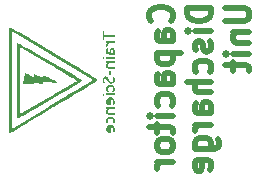
<source format=gbr>
%TF.GenerationSoftware,KiCad,Pcbnew,7.0.7*%
%TF.CreationDate,2023-09-12T13:53:03+02:00*%
%TF.ProjectId,CDU,4344552e-6b69-4636-9164-5f7063625858,rev?*%
%TF.SameCoordinates,Original*%
%TF.FileFunction,Legend,Bot*%
%TF.FilePolarity,Positive*%
%FSLAX46Y46*%
G04 Gerber Fmt 4.6, Leading zero omitted, Abs format (unit mm)*
G04 Created by KiCad (PCBNEW 7.0.7) date 2023-09-12 13:53:03*
%MOMM*%
%LPD*%
G01*
G04 APERTURE LIST*
%ADD10C,0.500000*%
%ADD11R,2.400000X2.400000*%
%ADD12C,2.400000*%
%ADD13C,3.200000*%
%ADD14R,2.600000X2.600000*%
%ADD15C,2.600000*%
G04 APERTURE END LIST*
D10*
X99598761Y-66447994D02*
X99694000Y-66352756D01*
X99694000Y-66352756D02*
X99789238Y-66067042D01*
X99789238Y-66067042D02*
X99789238Y-65876566D01*
X99789238Y-65876566D02*
X99694000Y-65590851D01*
X99694000Y-65590851D02*
X99503523Y-65400375D01*
X99503523Y-65400375D02*
X99313047Y-65305137D01*
X99313047Y-65305137D02*
X98932095Y-65209899D01*
X98932095Y-65209899D02*
X98646380Y-65209899D01*
X98646380Y-65209899D02*
X98265428Y-65305137D01*
X98265428Y-65305137D02*
X98074952Y-65400375D01*
X98074952Y-65400375D02*
X97884476Y-65590851D01*
X97884476Y-65590851D02*
X97789238Y-65876566D01*
X97789238Y-65876566D02*
X97789238Y-66067042D01*
X97789238Y-66067042D02*
X97884476Y-66352756D01*
X97884476Y-66352756D02*
X97979714Y-66447994D01*
X99789238Y-68162280D02*
X98741619Y-68162280D01*
X98741619Y-68162280D02*
X98551142Y-68067042D01*
X98551142Y-68067042D02*
X98455904Y-67876566D01*
X98455904Y-67876566D02*
X98455904Y-67495613D01*
X98455904Y-67495613D02*
X98551142Y-67305137D01*
X99694000Y-68162280D02*
X99789238Y-67971804D01*
X99789238Y-67971804D02*
X99789238Y-67495613D01*
X99789238Y-67495613D02*
X99694000Y-67305137D01*
X99694000Y-67305137D02*
X99503523Y-67209899D01*
X99503523Y-67209899D02*
X99313047Y-67209899D01*
X99313047Y-67209899D02*
X99122571Y-67305137D01*
X99122571Y-67305137D02*
X99027333Y-67495613D01*
X99027333Y-67495613D02*
X99027333Y-67971804D01*
X99027333Y-67971804D02*
X98932095Y-68162280D01*
X98455904Y-69114661D02*
X100455904Y-69114661D01*
X98551142Y-69114661D02*
X98455904Y-69305137D01*
X98455904Y-69305137D02*
X98455904Y-69686090D01*
X98455904Y-69686090D02*
X98551142Y-69876566D01*
X98551142Y-69876566D02*
X98646380Y-69971804D01*
X98646380Y-69971804D02*
X98836857Y-70067042D01*
X98836857Y-70067042D02*
X99408285Y-70067042D01*
X99408285Y-70067042D02*
X99598761Y-69971804D01*
X99598761Y-69971804D02*
X99694000Y-69876566D01*
X99694000Y-69876566D02*
X99789238Y-69686090D01*
X99789238Y-69686090D02*
X99789238Y-69305137D01*
X99789238Y-69305137D02*
X99694000Y-69114661D01*
X99789238Y-71781328D02*
X98741619Y-71781328D01*
X98741619Y-71781328D02*
X98551142Y-71686090D01*
X98551142Y-71686090D02*
X98455904Y-71495614D01*
X98455904Y-71495614D02*
X98455904Y-71114661D01*
X98455904Y-71114661D02*
X98551142Y-70924185D01*
X99694000Y-71781328D02*
X99789238Y-71590852D01*
X99789238Y-71590852D02*
X99789238Y-71114661D01*
X99789238Y-71114661D02*
X99694000Y-70924185D01*
X99694000Y-70924185D02*
X99503523Y-70828947D01*
X99503523Y-70828947D02*
X99313047Y-70828947D01*
X99313047Y-70828947D02*
X99122571Y-70924185D01*
X99122571Y-70924185D02*
X99027333Y-71114661D01*
X99027333Y-71114661D02*
X99027333Y-71590852D01*
X99027333Y-71590852D02*
X98932095Y-71781328D01*
X99694000Y-73590852D02*
X99789238Y-73400376D01*
X99789238Y-73400376D02*
X99789238Y-73019423D01*
X99789238Y-73019423D02*
X99694000Y-72828947D01*
X99694000Y-72828947D02*
X99598761Y-72733709D01*
X99598761Y-72733709D02*
X99408285Y-72638471D01*
X99408285Y-72638471D02*
X98836857Y-72638471D01*
X98836857Y-72638471D02*
X98646380Y-72733709D01*
X98646380Y-72733709D02*
X98551142Y-72828947D01*
X98551142Y-72828947D02*
X98455904Y-73019423D01*
X98455904Y-73019423D02*
X98455904Y-73400376D01*
X98455904Y-73400376D02*
X98551142Y-73590852D01*
X99789238Y-74447995D02*
X98455904Y-74447995D01*
X97789238Y-74447995D02*
X97884476Y-74352757D01*
X97884476Y-74352757D02*
X97979714Y-74447995D01*
X97979714Y-74447995D02*
X97884476Y-74543233D01*
X97884476Y-74543233D02*
X97789238Y-74447995D01*
X97789238Y-74447995D02*
X97979714Y-74447995D01*
X98455904Y-75114662D02*
X98455904Y-75876566D01*
X97789238Y-75400376D02*
X99503523Y-75400376D01*
X99503523Y-75400376D02*
X99694000Y-75495614D01*
X99694000Y-75495614D02*
X99789238Y-75686090D01*
X99789238Y-75686090D02*
X99789238Y-75876566D01*
X99789238Y-76828947D02*
X99694000Y-76638471D01*
X99694000Y-76638471D02*
X99598761Y-76543233D01*
X99598761Y-76543233D02*
X99408285Y-76447995D01*
X99408285Y-76447995D02*
X98836857Y-76447995D01*
X98836857Y-76447995D02*
X98646380Y-76543233D01*
X98646380Y-76543233D02*
X98551142Y-76638471D01*
X98551142Y-76638471D02*
X98455904Y-76828947D01*
X98455904Y-76828947D02*
X98455904Y-77114662D01*
X98455904Y-77114662D02*
X98551142Y-77305138D01*
X98551142Y-77305138D02*
X98646380Y-77400376D01*
X98646380Y-77400376D02*
X98836857Y-77495614D01*
X98836857Y-77495614D02*
X99408285Y-77495614D01*
X99408285Y-77495614D02*
X99598761Y-77400376D01*
X99598761Y-77400376D02*
X99694000Y-77305138D01*
X99694000Y-77305138D02*
X99789238Y-77114662D01*
X99789238Y-77114662D02*
X99789238Y-76828947D01*
X99789238Y-78352757D02*
X98455904Y-78352757D01*
X98836857Y-78352757D02*
X98646380Y-78447995D01*
X98646380Y-78447995D02*
X98551142Y-78543233D01*
X98551142Y-78543233D02*
X98455904Y-78733709D01*
X98455904Y-78733709D02*
X98455904Y-78924186D01*
X103009238Y-65305137D02*
X101009238Y-65305137D01*
X101009238Y-65305137D02*
X101009238Y-65781327D01*
X101009238Y-65781327D02*
X101104476Y-66067042D01*
X101104476Y-66067042D02*
X101294952Y-66257518D01*
X101294952Y-66257518D02*
X101485428Y-66352756D01*
X101485428Y-66352756D02*
X101866380Y-66447994D01*
X101866380Y-66447994D02*
X102152095Y-66447994D01*
X102152095Y-66447994D02*
X102533047Y-66352756D01*
X102533047Y-66352756D02*
X102723523Y-66257518D01*
X102723523Y-66257518D02*
X102914000Y-66067042D01*
X102914000Y-66067042D02*
X103009238Y-65781327D01*
X103009238Y-65781327D02*
X103009238Y-65305137D01*
X103009238Y-67305137D02*
X101675904Y-67305137D01*
X101009238Y-67305137D02*
X101104476Y-67209899D01*
X101104476Y-67209899D02*
X101199714Y-67305137D01*
X101199714Y-67305137D02*
X101104476Y-67400375D01*
X101104476Y-67400375D02*
X101009238Y-67305137D01*
X101009238Y-67305137D02*
X101199714Y-67305137D01*
X102914000Y-68162280D02*
X103009238Y-68352756D01*
X103009238Y-68352756D02*
X103009238Y-68733708D01*
X103009238Y-68733708D02*
X102914000Y-68924185D01*
X102914000Y-68924185D02*
X102723523Y-69019423D01*
X102723523Y-69019423D02*
X102628285Y-69019423D01*
X102628285Y-69019423D02*
X102437809Y-68924185D01*
X102437809Y-68924185D02*
X102342571Y-68733708D01*
X102342571Y-68733708D02*
X102342571Y-68447994D01*
X102342571Y-68447994D02*
X102247333Y-68257518D01*
X102247333Y-68257518D02*
X102056857Y-68162280D01*
X102056857Y-68162280D02*
X101961619Y-68162280D01*
X101961619Y-68162280D02*
X101771142Y-68257518D01*
X101771142Y-68257518D02*
X101675904Y-68447994D01*
X101675904Y-68447994D02*
X101675904Y-68733708D01*
X101675904Y-68733708D02*
X101771142Y-68924185D01*
X102914000Y-70733709D02*
X103009238Y-70543233D01*
X103009238Y-70543233D02*
X103009238Y-70162280D01*
X103009238Y-70162280D02*
X102914000Y-69971804D01*
X102914000Y-69971804D02*
X102818761Y-69876566D01*
X102818761Y-69876566D02*
X102628285Y-69781328D01*
X102628285Y-69781328D02*
X102056857Y-69781328D01*
X102056857Y-69781328D02*
X101866380Y-69876566D01*
X101866380Y-69876566D02*
X101771142Y-69971804D01*
X101771142Y-69971804D02*
X101675904Y-70162280D01*
X101675904Y-70162280D02*
X101675904Y-70543233D01*
X101675904Y-70543233D02*
X101771142Y-70733709D01*
X103009238Y-71590852D02*
X101009238Y-71590852D01*
X103009238Y-72447995D02*
X101961619Y-72447995D01*
X101961619Y-72447995D02*
X101771142Y-72352757D01*
X101771142Y-72352757D02*
X101675904Y-72162281D01*
X101675904Y-72162281D02*
X101675904Y-71876566D01*
X101675904Y-71876566D02*
X101771142Y-71686090D01*
X101771142Y-71686090D02*
X101866380Y-71590852D01*
X103009238Y-74257519D02*
X101961619Y-74257519D01*
X101961619Y-74257519D02*
X101771142Y-74162281D01*
X101771142Y-74162281D02*
X101675904Y-73971805D01*
X101675904Y-73971805D02*
X101675904Y-73590852D01*
X101675904Y-73590852D02*
X101771142Y-73400376D01*
X102914000Y-74257519D02*
X103009238Y-74067043D01*
X103009238Y-74067043D02*
X103009238Y-73590852D01*
X103009238Y-73590852D02*
X102914000Y-73400376D01*
X102914000Y-73400376D02*
X102723523Y-73305138D01*
X102723523Y-73305138D02*
X102533047Y-73305138D01*
X102533047Y-73305138D02*
X102342571Y-73400376D01*
X102342571Y-73400376D02*
X102247333Y-73590852D01*
X102247333Y-73590852D02*
X102247333Y-74067043D01*
X102247333Y-74067043D02*
X102152095Y-74257519D01*
X103009238Y-75209900D02*
X101675904Y-75209900D01*
X102056857Y-75209900D02*
X101866380Y-75305138D01*
X101866380Y-75305138D02*
X101771142Y-75400376D01*
X101771142Y-75400376D02*
X101675904Y-75590852D01*
X101675904Y-75590852D02*
X101675904Y-75781329D01*
X101675904Y-77305138D02*
X103294952Y-77305138D01*
X103294952Y-77305138D02*
X103485428Y-77209900D01*
X103485428Y-77209900D02*
X103580666Y-77114662D01*
X103580666Y-77114662D02*
X103675904Y-76924185D01*
X103675904Y-76924185D02*
X103675904Y-76638471D01*
X103675904Y-76638471D02*
X103580666Y-76447995D01*
X102914000Y-77305138D02*
X103009238Y-77114662D01*
X103009238Y-77114662D02*
X103009238Y-76733709D01*
X103009238Y-76733709D02*
X102914000Y-76543233D01*
X102914000Y-76543233D02*
X102818761Y-76447995D01*
X102818761Y-76447995D02*
X102628285Y-76352757D01*
X102628285Y-76352757D02*
X102056857Y-76352757D01*
X102056857Y-76352757D02*
X101866380Y-76447995D01*
X101866380Y-76447995D02*
X101771142Y-76543233D01*
X101771142Y-76543233D02*
X101675904Y-76733709D01*
X101675904Y-76733709D02*
X101675904Y-77114662D01*
X101675904Y-77114662D02*
X101771142Y-77305138D01*
X102914000Y-79019424D02*
X103009238Y-78828948D01*
X103009238Y-78828948D02*
X103009238Y-78447995D01*
X103009238Y-78447995D02*
X102914000Y-78257519D01*
X102914000Y-78257519D02*
X102723523Y-78162281D01*
X102723523Y-78162281D02*
X101961619Y-78162281D01*
X101961619Y-78162281D02*
X101771142Y-78257519D01*
X101771142Y-78257519D02*
X101675904Y-78447995D01*
X101675904Y-78447995D02*
X101675904Y-78828948D01*
X101675904Y-78828948D02*
X101771142Y-79019424D01*
X101771142Y-79019424D02*
X101961619Y-79114662D01*
X101961619Y-79114662D02*
X102152095Y-79114662D01*
X102152095Y-79114662D02*
X102342571Y-78162281D01*
X104229238Y-65305137D02*
X105848285Y-65305137D01*
X105848285Y-65305137D02*
X106038761Y-65400375D01*
X106038761Y-65400375D02*
X106134000Y-65495613D01*
X106134000Y-65495613D02*
X106229238Y-65686089D01*
X106229238Y-65686089D02*
X106229238Y-66067042D01*
X106229238Y-66067042D02*
X106134000Y-66257518D01*
X106134000Y-66257518D02*
X106038761Y-66352756D01*
X106038761Y-66352756D02*
X105848285Y-66447994D01*
X105848285Y-66447994D02*
X104229238Y-66447994D01*
X104895904Y-67400375D02*
X106229238Y-67400375D01*
X105086380Y-67400375D02*
X104991142Y-67495613D01*
X104991142Y-67495613D02*
X104895904Y-67686089D01*
X104895904Y-67686089D02*
X104895904Y-67971804D01*
X104895904Y-67971804D02*
X104991142Y-68162280D01*
X104991142Y-68162280D02*
X105181619Y-68257518D01*
X105181619Y-68257518D02*
X106229238Y-68257518D01*
X106229238Y-69209899D02*
X104895904Y-69209899D01*
X104229238Y-69209899D02*
X104324476Y-69114661D01*
X104324476Y-69114661D02*
X104419714Y-69209899D01*
X104419714Y-69209899D02*
X104324476Y-69305137D01*
X104324476Y-69305137D02*
X104229238Y-69209899D01*
X104229238Y-69209899D02*
X104419714Y-69209899D01*
X104895904Y-69876566D02*
X104895904Y-70638470D01*
X104229238Y-70162280D02*
X105943523Y-70162280D01*
X105943523Y-70162280D02*
X106134000Y-70257518D01*
X106134000Y-70257518D02*
X106229238Y-70447994D01*
X106229238Y-70447994D02*
X106229238Y-70638470D01*
%TO.C,G\u002A\u002A\u002A*%
G36*
X94878200Y-69632826D02*
G01*
X94137769Y-69632826D01*
X94137769Y-69471863D01*
X94878200Y-69471863D01*
X94878200Y-69632826D01*
G37*
G36*
X94878200Y-72723321D02*
G01*
X94137769Y-72723321D01*
X94137769Y-72562357D01*
X94878200Y-72562357D01*
X94878200Y-72723321D01*
G37*
G36*
X93997959Y-69488960D02*
G01*
X94008999Y-69548206D01*
X94003300Y-69602503D01*
X93967248Y-69651043D01*
X93897528Y-69644930D01*
X93865565Y-69620949D01*
X93852714Y-69565189D01*
X93878361Y-69508943D01*
X93936565Y-69477672D01*
X93953786Y-69475792D01*
X93997959Y-69488960D01*
G37*
G36*
X93997959Y-72579454D02*
G01*
X94008999Y-72638700D01*
X94003300Y-72692998D01*
X93967248Y-72741537D01*
X93897528Y-72735424D01*
X93865565Y-72711443D01*
X93852714Y-72655683D01*
X93878361Y-72599438D01*
X93936565Y-72568167D01*
X93953786Y-72566286D01*
X93997959Y-72579454D01*
G37*
G36*
X94486965Y-70600117D02*
G01*
X94509353Y-70625621D01*
X94520841Y-70691732D01*
X94524081Y-70810219D01*
X94522672Y-70909649D01*
X94515260Y-70979547D01*
X94498166Y-71009049D01*
X94467744Y-71011155D01*
X94461014Y-71009287D01*
X94422266Y-70966717D01*
X94400600Y-70887263D01*
X94395599Y-70790825D01*
X94406845Y-70697303D01*
X94433919Y-70626597D01*
X94476406Y-70598606D01*
X94486965Y-70600117D01*
G37*
G36*
X93931105Y-67301077D02*
G01*
X93957408Y-67351474D01*
X93970522Y-67452064D01*
X93980334Y-67604690D01*
X94878200Y-67604690D01*
X94878200Y-67765653D01*
X93976806Y-67765653D01*
X93976806Y-67910520D01*
X93976782Y-67920927D01*
X93971683Y-68006549D01*
X93952657Y-68045908D01*
X93912421Y-68055387D01*
X93893024Y-68053924D01*
X93872129Y-68041418D01*
X93858945Y-68007082D01*
X93851709Y-67940278D01*
X93848660Y-67830368D01*
X93848036Y-67666714D01*
X93848161Y-67586750D01*
X93849892Y-67448072D01*
X93854863Y-67359099D01*
X93864589Y-67309665D01*
X93880588Y-67289601D01*
X93904373Y-67288740D01*
X93931105Y-67301077D01*
G37*
G36*
X94878200Y-68232446D02*
G01*
X94877549Y-68257846D01*
X94867539Y-68289037D01*
X94834440Y-68305462D01*
X94764488Y-68311849D01*
X94643919Y-68312928D01*
X94611100Y-68313180D01*
X94450385Y-68325900D01*
X94343818Y-68360305D01*
X94284752Y-68419830D01*
X94266540Y-68507909D01*
X94266013Y-68529717D01*
X94249633Y-68587127D01*
X94202155Y-68602662D01*
X94174259Y-68595621D01*
X94141074Y-68547033D01*
X94139196Y-68467524D01*
X94171095Y-68375197D01*
X94187977Y-68332634D01*
X94171095Y-68312928D01*
X94149174Y-68292940D01*
X94137769Y-68232446D01*
X94137769Y-68151965D01*
X94878200Y-68151965D01*
X94878200Y-68232446D01*
G37*
G36*
X94666703Y-74534760D02*
G01*
X94720957Y-74562270D01*
X94780323Y-74616435D01*
X94812169Y-74650524D01*
X94864144Y-74736930D01*
X94878200Y-74841993D01*
X94864981Y-74943265D01*
X94824764Y-75034669D01*
X94767108Y-75089623D01*
X94701773Y-75094178D01*
X94674932Y-75082547D01*
X94662129Y-75059116D01*
X94696759Y-75013841D01*
X94697642Y-75012857D01*
X94741772Y-74923161D01*
X94742246Y-74821639D01*
X94698841Y-74737661D01*
X94686043Y-74727095D01*
X94603032Y-74696074D01*
X94494878Y-74687495D01*
X94390078Y-74701357D01*
X94317129Y-74737661D01*
X94316260Y-74738538D01*
X94273442Y-74822943D01*
X94274500Y-74924501D01*
X94319211Y-75013841D01*
X94343557Y-75042199D01*
X94352981Y-75072895D01*
X94314197Y-75094178D01*
X94256548Y-75092791D01*
X94197368Y-75043105D01*
X94154371Y-74956146D01*
X94137769Y-74846264D01*
X94152527Y-74732557D01*
X94213042Y-74628926D01*
X94323108Y-74563239D01*
X94485733Y-74532787D01*
X94594215Y-74527277D01*
X94666703Y-74534760D01*
G37*
G36*
X94666703Y-71862770D02*
G01*
X94720957Y-71890280D01*
X94780323Y-71944446D01*
X94812169Y-71978534D01*
X94864144Y-72064940D01*
X94878200Y-72170003D01*
X94864981Y-72271275D01*
X94824764Y-72362679D01*
X94767108Y-72417633D01*
X94701773Y-72422188D01*
X94674932Y-72410558D01*
X94662129Y-72387126D01*
X94696759Y-72341851D01*
X94697642Y-72340868D01*
X94741772Y-72251171D01*
X94742246Y-72149649D01*
X94698841Y-72065671D01*
X94695116Y-72062192D01*
X94619813Y-72027932D01*
X94507985Y-72015082D01*
X94498249Y-72015171D01*
X94388454Y-72029974D01*
X94317129Y-72065671D01*
X94316260Y-72066548D01*
X94273442Y-72150954D01*
X94274500Y-72252511D01*
X94319211Y-72341851D01*
X94343557Y-72370209D01*
X94352981Y-72400905D01*
X94314197Y-72422188D01*
X94256548Y-72420801D01*
X94197368Y-72371115D01*
X94154371Y-72284156D01*
X94137769Y-72174274D01*
X94152527Y-72060567D01*
X94213042Y-71956936D01*
X94323108Y-71891249D01*
X94485733Y-71860798D01*
X94594215Y-71855287D01*
X94666703Y-71862770D01*
G37*
G36*
X94753657Y-68682003D02*
G01*
X94826932Y-68736948D01*
X94849617Y-68784663D01*
X94867821Y-68888945D01*
X94871021Y-69045680D01*
X94866149Y-69284512D01*
X94569661Y-69273561D01*
X94496881Y-69270250D01*
X94342138Y-69254811D01*
X94238404Y-69224703D01*
X94176130Y-69173475D01*
X94145768Y-69094680D01*
X94137769Y-68981868D01*
X94138364Y-68946977D01*
X94155257Y-68814367D01*
X94193209Y-68729277D01*
X94249250Y-68699240D01*
X94253278Y-68699425D01*
X94276184Y-68717254D01*
X94282973Y-68773069D01*
X94275480Y-68879462D01*
X94268689Y-68977753D01*
X94275964Y-69051550D01*
X94301951Y-69088221D01*
X94348663Y-69110829D01*
X94405832Y-69109270D01*
X94423486Y-69070601D01*
X94558870Y-69070601D01*
X94570273Y-69108887D01*
X94610009Y-69117744D01*
X94647033Y-69112337D01*
X94710799Y-69079113D01*
X94736034Y-69037093D01*
X94748708Y-68958413D01*
X94735887Y-68882789D01*
X94698977Y-68838822D01*
X94641434Y-68836629D01*
X94596669Y-68888387D01*
X94566989Y-68999800D01*
X94558870Y-69070601D01*
X94423486Y-69070601D01*
X94427683Y-69061407D01*
X94433723Y-68999152D01*
X94460717Y-68888947D01*
X94500608Y-68785085D01*
X94543690Y-68716422D01*
X94566887Y-68697590D01*
X94641434Y-68673421D01*
X94657537Y-68668200D01*
X94753657Y-68682003D01*
G37*
G36*
X94772052Y-71096370D02*
G01*
X94828086Y-71153044D01*
X94859597Y-71225638D01*
X94876193Y-71349005D01*
X94866535Y-71481557D01*
X94830471Y-71595495D01*
X94775535Y-71664082D01*
X94673564Y-71723825D01*
X94571135Y-71742490D01*
X94471193Y-71716714D01*
X94382305Y-71636108D01*
X94296699Y-71495972D01*
X94253443Y-71418456D01*
X94173245Y-71319034D01*
X94096183Y-71281960D01*
X94023550Y-71308126D01*
X94020703Y-71310675D01*
X93990818Y-71369134D01*
X93977888Y-71452637D01*
X93983439Y-71532611D01*
X94008999Y-71580482D01*
X94039789Y-71621334D01*
X94028914Y-71670182D01*
X93977939Y-71693156D01*
X93977335Y-71693154D01*
X93908240Y-71663476D01*
X93863771Y-71580450D01*
X93848036Y-71451711D01*
X93859551Y-71344455D01*
X93909279Y-71224950D01*
X93988715Y-71146375D01*
X94087357Y-71114297D01*
X94194707Y-71134285D01*
X94300264Y-71211905D01*
X94316568Y-71230088D01*
X94377866Y-71311908D01*
X94413566Y-71380917D01*
X94424271Y-71410849D01*
X94483964Y-71502818D01*
X94562595Y-71555341D01*
X94645370Y-71561853D01*
X94717493Y-71515788D01*
X94724264Y-71505829D01*
X94742002Y-71424991D01*
X94733359Y-71302936D01*
X94699064Y-71153929D01*
X94695068Y-71105892D01*
X94722510Y-71080688D01*
X94772052Y-71096370D01*
G37*
G36*
X94878200Y-69906464D02*
G01*
X94876724Y-69939791D01*
X94863601Y-69966645D01*
X94825642Y-69980689D01*
X94749664Y-69986073D01*
X94622485Y-69986946D01*
X94583304Y-69987042D01*
X94466262Y-69990230D01*
X94393461Y-70000709D01*
X94348920Y-70022217D01*
X94316654Y-70058494D01*
X94305399Y-70075851D01*
X94271399Y-70165380D01*
X94275444Y-70243275D01*
X94317462Y-70289331D01*
X94323840Y-70291288D01*
X94389366Y-70300219D01*
X94495739Y-70306499D01*
X94623292Y-70308872D01*
X94728007Y-70309326D01*
X94813522Y-70313432D01*
X94858257Y-70325359D01*
X94875415Y-70349277D01*
X94878200Y-70389354D01*
X94878194Y-70394524D01*
X94874987Y-70431024D01*
X94857328Y-70453284D01*
X94812734Y-70464826D01*
X94728722Y-70469170D01*
X94592808Y-70469835D01*
X94428568Y-70463925D01*
X94290150Y-70439865D01*
X94200519Y-70393361D01*
X94152213Y-70320257D01*
X94137769Y-70216396D01*
X94138050Y-70201952D01*
X94151219Y-70112795D01*
X94178010Y-70053745D01*
X94202107Y-70017832D01*
X94178010Y-69996335D01*
X94152507Y-69969250D01*
X94137769Y-69903781D01*
X94138988Y-69874057D01*
X94149787Y-69850608D01*
X94181124Y-69836379D01*
X94243962Y-69829067D01*
X94349262Y-69826370D01*
X94507985Y-69825982D01*
X94878200Y-69825982D01*
X94878200Y-69906464D01*
G37*
G36*
X94610586Y-72897139D02*
G01*
X94723779Y-72930456D01*
X94804705Y-72995586D01*
X94814820Y-73008536D01*
X94855354Y-73097069D01*
X94875154Y-73207304D01*
X94875338Y-73322384D01*
X94857024Y-73425454D01*
X94821331Y-73499657D01*
X94769376Y-73528137D01*
X94762067Y-73527535D01*
X94740300Y-73507504D01*
X94733706Y-73449653D01*
X94740295Y-73341189D01*
X94744072Y-73265620D01*
X94727168Y-73141552D01*
X94674960Y-73068914D01*
X94586167Y-73045247D01*
X94571882Y-73046020D01*
X94546313Y-73058746D01*
X94531892Y-73097198D01*
X94525517Y-73174253D01*
X94524081Y-73302788D01*
X94524081Y-73560330D01*
X94425027Y-73560330D01*
X94338471Y-73542702D01*
X94237669Y-73475540D01*
X94165419Y-73374086D01*
X94137769Y-73255377D01*
X94139661Y-73222307D01*
X94266540Y-73222307D01*
X94276712Y-73297044D01*
X94314477Y-73370550D01*
X94369557Y-73399366D01*
X94380152Y-73383595D01*
X94391076Y-73319283D01*
X94395311Y-73222307D01*
X94393017Y-73149466D01*
X94383662Y-73074363D01*
X94369557Y-73045247D01*
X94326073Y-73062731D01*
X94283306Y-73127639D01*
X94266540Y-73222307D01*
X94139661Y-73222307D01*
X94141482Y-73190478D01*
X94185192Y-73048716D01*
X94275233Y-72949928D01*
X94369557Y-72912373D01*
X94408000Y-72897067D01*
X94579890Y-72893087D01*
X94610586Y-72897139D01*
G37*
G36*
X94878200Y-73801774D02*
G01*
X94876724Y-73835101D01*
X94863601Y-73861955D01*
X94825642Y-73875999D01*
X94749664Y-73881383D01*
X94622485Y-73882256D01*
X94583304Y-73882352D01*
X94466262Y-73885541D01*
X94393461Y-73896019D01*
X94348920Y-73917528D01*
X94316654Y-73953804D01*
X94305399Y-73971162D01*
X94271399Y-74060690D01*
X94275444Y-74138586D01*
X94317462Y-74184642D01*
X94323840Y-74186599D01*
X94389366Y-74195530D01*
X94495739Y-74201810D01*
X94623292Y-74204183D01*
X94728007Y-74204637D01*
X94813522Y-74208742D01*
X94858257Y-74220670D01*
X94875415Y-74244587D01*
X94878200Y-74284664D01*
X94878194Y-74289834D01*
X94874987Y-74326334D01*
X94857328Y-74348595D01*
X94812734Y-74360137D01*
X94728722Y-74364480D01*
X94592808Y-74365146D01*
X94428568Y-74359236D01*
X94290150Y-74335175D01*
X94200519Y-74288671D01*
X94152213Y-74215567D01*
X94137769Y-74111707D01*
X94138050Y-74097263D01*
X94151219Y-74008105D01*
X94178010Y-73949056D01*
X94202107Y-73913142D01*
X94178010Y-73891646D01*
X94152507Y-73864561D01*
X94137769Y-73799092D01*
X94138988Y-73769368D01*
X94149787Y-73745918D01*
X94181124Y-73731689D01*
X94243962Y-73724378D01*
X94349262Y-73721680D01*
X94507985Y-73721293D01*
X94878200Y-73721293D01*
X94878200Y-73801774D01*
G37*
G36*
X94610586Y-75215010D02*
G01*
X94723779Y-75248327D01*
X94804705Y-75313457D01*
X94814820Y-75326407D01*
X94855354Y-75414940D01*
X94875154Y-75525174D01*
X94875338Y-75640255D01*
X94857024Y-75743324D01*
X94821331Y-75817527D01*
X94769376Y-75846008D01*
X94762067Y-75845405D01*
X94740300Y-75825375D01*
X94733706Y-75767524D01*
X94740295Y-75659060D01*
X94744072Y-75583491D01*
X94727168Y-75459423D01*
X94674960Y-75386785D01*
X94586167Y-75363118D01*
X94571882Y-75363890D01*
X94546313Y-75376617D01*
X94531892Y-75415069D01*
X94525517Y-75492123D01*
X94524081Y-75620659D01*
X94524081Y-75878200D01*
X94425027Y-75878200D01*
X94338471Y-75860573D01*
X94237669Y-75793411D01*
X94165419Y-75691957D01*
X94137769Y-75573248D01*
X94139661Y-75540178D01*
X94266540Y-75540178D01*
X94276712Y-75614915D01*
X94314477Y-75688421D01*
X94369557Y-75717237D01*
X94380152Y-75701466D01*
X94391076Y-75637154D01*
X94395311Y-75540178D01*
X94393017Y-75467337D01*
X94383662Y-75392233D01*
X94369557Y-75363118D01*
X94326073Y-75380602D01*
X94283306Y-75445509D01*
X94266540Y-75540178D01*
X94139661Y-75540178D01*
X94141482Y-75508349D01*
X94185192Y-75366587D01*
X94275233Y-75267799D01*
X94369557Y-75230244D01*
X94408000Y-75214938D01*
X94579890Y-75210957D01*
X94610586Y-75215010D01*
G37*
G36*
X87403058Y-70869514D02*
G01*
X87462127Y-70899579D01*
X87558113Y-70945696D01*
X87672502Y-70999112D01*
X87789987Y-71052832D01*
X87895260Y-71099863D01*
X87973014Y-71133211D01*
X88007939Y-71145881D01*
X88015074Y-71136620D01*
X88021166Y-71087649D01*
X88027492Y-71047824D01*
X88061407Y-70974835D01*
X88073772Y-70959006D01*
X88103801Y-70938458D01*
X88149076Y-70946083D01*
X88230418Y-70982868D01*
X88314681Y-71022607D01*
X88421347Y-71071222D01*
X88533885Y-71121399D01*
X88636197Y-71166034D01*
X88712185Y-71198024D01*
X88745752Y-71210266D01*
X88753883Y-71197913D01*
X88770882Y-71146043D01*
X88775961Y-71129288D01*
X88809444Y-71080409D01*
X88869132Y-71067138D01*
X88964145Y-71089517D01*
X89103598Y-71147588D01*
X89231375Y-71206276D01*
X89357942Y-71264041D01*
X89453739Y-71307385D01*
X89544386Y-71348181D01*
X89670417Y-71405111D01*
X89799810Y-71463719D01*
X89899317Y-71512053D01*
X89989226Y-71568612D01*
X90016590Y-71610043D01*
X89981388Y-71636399D01*
X89883598Y-71647732D01*
X89723196Y-71644094D01*
X89653403Y-71640114D01*
X89504500Y-71631820D01*
X89331671Y-71622361D01*
X89159771Y-71613104D01*
X88801418Y-71593995D01*
X88780238Y-71678383D01*
X88778961Y-71683328D01*
X88761997Y-71723496D01*
X88729791Y-71744797D01*
X88670527Y-71748081D01*
X88572393Y-71734196D01*
X88423574Y-71703990D01*
X88400954Y-71699173D01*
X88249284Y-71669042D01*
X88146164Y-71655167D01*
X88079271Y-71657846D01*
X88036286Y-71677374D01*
X88004888Y-71714047D01*
X88003021Y-71716889D01*
X87980265Y-71746824D01*
X87951066Y-71766793D01*
X87903841Y-71778420D01*
X87827007Y-71783330D01*
X87708980Y-71783147D01*
X87538178Y-71779494D01*
X87511545Y-71778815D01*
X87357056Y-71773323D01*
X87228829Y-71766207D01*
X87139569Y-71758312D01*
X87101982Y-71750482D01*
X87099110Y-71715087D01*
X87110055Y-71634416D01*
X87132861Y-71527233D01*
X87156620Y-71426650D01*
X87182490Y-71309502D01*
X87198793Y-71226363D01*
X87220750Y-71104764D01*
X87253223Y-70966670D01*
X87286145Y-70879417D01*
X87306406Y-70848230D01*
X87339893Y-70840404D01*
X87403058Y-70869514D01*
G37*
G36*
X86685171Y-68329360D02*
G01*
X86709537Y-68335675D01*
X86776231Y-68364747D01*
X86846134Y-68399736D01*
X86883184Y-68418281D01*
X87032073Y-68497213D01*
X87224575Y-68602480D01*
X87462366Y-68735019D01*
X87747123Y-68895766D01*
X88080524Y-69085657D01*
X88464245Y-69305629D01*
X88899962Y-69556618D01*
X89389354Y-69839561D01*
X89473120Y-69888068D01*
X89847143Y-70104757D01*
X90204831Y-70312145D01*
X90542244Y-70507940D01*
X90855441Y-70689847D01*
X91140482Y-70855574D01*
X91393428Y-71002827D01*
X91610339Y-71129312D01*
X91787274Y-71232738D01*
X91920294Y-71310809D01*
X92005458Y-71361233D01*
X92038827Y-71381717D01*
X92063333Y-71421172D01*
X92071019Y-71495031D01*
X92068271Y-71504314D01*
X92054318Y-71524337D01*
X92025943Y-71551371D01*
X91979973Y-71587362D01*
X91913233Y-71634261D01*
X91822552Y-71694014D01*
X91704755Y-71768572D01*
X91556670Y-71859881D01*
X91375124Y-71969891D01*
X91156942Y-72100550D01*
X90898953Y-72253807D01*
X90597982Y-72431610D01*
X90250857Y-72635907D01*
X89854404Y-72868647D01*
X89405450Y-73131778D01*
X88979970Y-73380703D01*
X88533321Y-73641187D01*
X88138872Y-73870211D01*
X87795011Y-74068687D01*
X87500128Y-74237526D01*
X87252610Y-74377641D01*
X87050845Y-74489941D01*
X86893220Y-74575339D01*
X86778125Y-74634748D01*
X86703948Y-74669077D01*
X86669075Y-74679239D01*
X86588593Y-74670976D01*
X86588593Y-71679691D01*
X86834341Y-71679691D01*
X86834879Y-72124153D01*
X86836016Y-72542110D01*
X86837751Y-72914623D01*
X86846134Y-74329247D01*
X89251177Y-72921346D01*
X89540713Y-72751797D01*
X89889092Y-72547632D01*
X90218265Y-72354552D01*
X90524190Y-72174935D01*
X90802826Y-72011161D01*
X91050130Y-71865609D01*
X91262061Y-71740658D01*
X91434577Y-71638687D01*
X91563637Y-71562076D01*
X91645197Y-71513203D01*
X91675218Y-71494449D01*
X91658326Y-71480891D01*
X91590149Y-71437111D01*
X91473481Y-71365504D01*
X91312287Y-71268414D01*
X91110530Y-71148186D01*
X90872174Y-71007164D01*
X90601185Y-70847692D01*
X90301526Y-70672115D01*
X89977162Y-70482778D01*
X89632056Y-70282024D01*
X89270175Y-70072197D01*
X86846134Y-68668943D01*
X86837751Y-70084471D01*
X86836322Y-70376666D01*
X86835062Y-70787008D01*
X86834402Y-71227663D01*
X86834341Y-71679691D01*
X86588593Y-71679691D01*
X86588593Y-68329024D01*
X86685171Y-68329360D01*
G37*
G36*
X86014961Y-66963412D02*
G01*
X86050947Y-66976039D01*
X86104955Y-67000434D01*
X86179635Y-67038136D01*
X86202282Y-67050279D01*
X86277634Y-67090681D01*
X86401603Y-67159609D01*
X86554190Y-67246456D01*
X86738043Y-67352761D01*
X86955812Y-67480060D01*
X87210146Y-67629893D01*
X87503693Y-67803796D01*
X87839103Y-68003308D01*
X88219024Y-68229965D01*
X88646106Y-68485307D01*
X89122996Y-68770870D01*
X89652344Y-69088192D01*
X89758324Y-69151751D01*
X90197804Y-69415348D01*
X90621988Y-69669819D01*
X91027547Y-69913166D01*
X91411155Y-70143389D01*
X91769484Y-70358491D01*
X92099208Y-70556473D01*
X92397000Y-70735338D01*
X92659531Y-70893086D01*
X92883476Y-71027720D01*
X93065508Y-71137242D01*
X93202298Y-71219652D01*
X93290521Y-71272953D01*
X93326849Y-71295146D01*
X93377194Y-71343763D01*
X93391234Y-71426952D01*
X93389830Y-71432692D01*
X93379488Y-71449730D01*
X93357107Y-71472950D01*
X93319991Y-71504038D01*
X93265444Y-71544683D01*
X93190771Y-71596573D01*
X93093274Y-71661394D01*
X92970259Y-71740836D01*
X92819029Y-71836586D01*
X92636888Y-71950332D01*
X92421141Y-72083761D01*
X92169091Y-72238561D01*
X91878044Y-72416421D01*
X91545302Y-72619028D01*
X91168170Y-72848069D01*
X90743951Y-73105234D01*
X90269951Y-73392208D01*
X89743473Y-73710681D01*
X89673373Y-73753068D01*
X89108468Y-74094331D01*
X88596665Y-74402899D01*
X88136404Y-74679692D01*
X87726125Y-74925631D01*
X87364265Y-75141634D01*
X87049265Y-75328623D01*
X86779564Y-75487517D01*
X86553600Y-75619236D01*
X86369813Y-75724701D01*
X86226643Y-75804831D01*
X86122528Y-75860546D01*
X86055908Y-75892766D01*
X86025222Y-75902412D01*
X85944740Y-75894297D01*
X85936658Y-71487759D01*
X86190581Y-71487759D01*
X86190824Y-72030432D01*
X86191474Y-72555870D01*
X86192532Y-73048356D01*
X86193997Y-73492174D01*
X86202282Y-75548733D01*
X89164660Y-73757763D01*
X89510436Y-73548716D01*
X89913804Y-73304844D01*
X90305256Y-73068173D01*
X90680472Y-72841313D01*
X91035135Y-72626875D01*
X91364926Y-72427470D01*
X91665527Y-72245710D01*
X91932620Y-72084205D01*
X92161887Y-71945566D01*
X92349010Y-71832405D01*
X92489669Y-71747331D01*
X92579549Y-71692957D01*
X93032058Y-71419120D01*
X86202282Y-67321376D01*
X86193997Y-69378495D01*
X86193685Y-69459038D01*
X86192298Y-69913490D01*
X86191318Y-70413572D01*
X86190746Y-70943567D01*
X86190581Y-71487759D01*
X85936658Y-71487759D01*
X85936579Y-71444856D01*
X85935499Y-70848282D01*
X85934537Y-70282674D01*
X85933786Y-69775229D01*
X85933284Y-69322764D01*
X85933070Y-68922095D01*
X85933182Y-68570038D01*
X85933657Y-68263408D01*
X85934534Y-67999020D01*
X85935852Y-67773692D01*
X85937648Y-67584238D01*
X85939961Y-67427475D01*
X85942828Y-67300218D01*
X85946288Y-67199283D01*
X85950379Y-67121486D01*
X85955140Y-67063643D01*
X85960608Y-67022570D01*
X85966821Y-66995082D01*
X85973819Y-66977995D01*
X85981638Y-66968125D01*
X85990317Y-66962288D01*
X85994349Y-66961016D01*
X86014961Y-66963412D01*
G37*
%TD*%
%LPC*%
D11*
%TO.C,C1002*%
X85487246Y-80500000D03*
D12*
X92987246Y-80500000D03*
%TD*%
D11*
%TO.C,C1001*%
X85487246Y-61500000D03*
D12*
X92987246Y-61500000D03*
%TD*%
D13*
%TO.C,REF\u002A\u002A*%
X81500000Y-71000000D03*
%TD*%
%TO.C,REF\u002A\u002A*%
X112500000Y-55500000D03*
%TD*%
D14*
%TO.C,J1002*%
X111000000Y-78580000D03*
D15*
X111000000Y-73500000D03*
%TD*%
D13*
%TO.C,REF\u002A\u002A*%
X112500000Y-85500000D03*
%TD*%
D14*
%TO.C,J1001*%
X111000000Y-68420000D03*
D15*
X111000000Y-63340000D03*
%TD*%
%LPD*%
M02*

</source>
